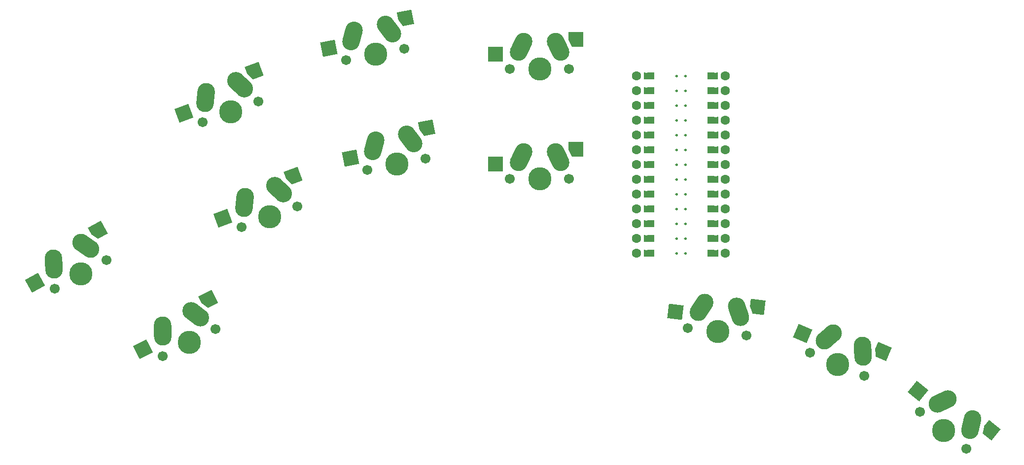
<source format=gbr>
%TF.GenerationSoftware,KiCad,Pcbnew,9.0.3*%
%TF.CreationDate,2025-08-09T00:32:57-04:00*%
%TF.ProjectId,darling,6461726c-696e-4672-9e6b-696361645f70,rev?*%
%TF.SameCoordinates,Original*%
%TF.FileFunction,Soldermask,Bot*%
%TF.FilePolarity,Negative*%
%FSLAX46Y46*%
G04 Gerber Fmt 4.6, Leading zero omitted, Abs format (unit mm)*
G04 Created by KiCad (PCBNEW 9.0.3) date 2025-08-09 00:32:57*
%MOMM*%
%LPD*%
G01*
G04 APERTURE LIST*
G04 Aperture macros list*
%AMHorizOval*
0 Thick line with rounded ends*
0 $1 width*
0 $2 $3 position (X,Y) of the first rounded end (center of the circle)*
0 $4 $5 position (X,Y) of the second rounded end (center of the circle)*
0 Add line between two ends*
20,1,$1,$2,$3,$4,$5,0*
0 Add two circle primitives to create the rounded ends*
1,1,$1,$2,$3*
1,1,$1,$4,$5*%
%AMRotRect*
0 Rectangle, with rotation*
0 The origin of the aperture is its center*
0 $1 length*
0 $2 width*
0 $3 Rotation angle, in degrees counterclockwise*
0 Add horizontal line*
21,1,$1,$2,0,0,$3*%
%AMFreePoly0*
4,1,6,1.275000,-1.849998,-0.670000,-1.850002,-1.275000,-0.649998,-1.275000,0.649998,1.275000,0.649998,1.275000,-1.849998,1.275000,-1.849998,$1*%
%AMFreePoly1*
4,1,6,0.600000,-0.250000,-0.600000,-0.250000,-0.600000,1.000000,0.000000,0.400000,0.600000,1.000000,0.600000,-0.250000,0.600000,-0.250000,$1*%
%AMFreePoly2*
4,1,6,0.600000,0.200000,0.000000,-0.400000,-0.600000,0.200000,-0.600000,0.400000,0.600000,0.400000,0.600000,0.200000,0.600000,0.200000,$1*%
G04 Aperture macros list end*
%ADD10C,0.100000*%
%ADD11C,0.250000*%
%ADD12C,1.701800*%
%ADD13HorizOval,3.000000X-0.258819X-0.965926X0.258819X0.965926X0*%
%ADD14C,3.987800*%
%ADD15HorizOval,3.000000X-0.601815X0.798636X0.601815X-0.798636X0*%
%ADD16FreePoly0,11.000000*%
%ADD17RotRect,2.550000X2.500000X11.000000*%
%ADD18HorizOval,3.000000X-0.098278X-0.995159X0.098278X0.995159X0*%
%ADD19HorizOval,3.000000X-0.723690X0.690125X0.723690X-0.690125X0*%
%ADD20FreePoly0,20.360000*%
%ADD21RotRect,2.550000X2.500000X20.360000*%
%ADD22HorizOval,3.000000X-0.438371X-0.898794X0.438371X0.898794X0*%
%ADD23HorizOval,3.000000X-0.438371X0.898794X0.438371X-0.898794X0*%
%ADD24FreePoly0,0.000000*%
%ADD25R,2.550000X2.500000*%
%ADD26HorizOval,3.000000X-0.544639X-0.838671X0.544639X0.838671X0*%
%ADD27HorizOval,3.000000X-0.325568X0.945519X0.325568X-0.945519X0*%
%ADD28FreePoly0,353.000000*%
%ADD29RotRect,2.550000X2.500000X353.000000*%
%ADD30HorizOval,3.000000X-0.906308X-0.422618X0.906308X0.422618X0*%
%ADD31HorizOval,3.000000X0.224951X0.974370X-0.224951X-0.974370X0*%
%ADD32FreePoly0,321.000000*%
%ADD33RotRect,2.550000X2.500000X321.000000*%
%ADD34HorizOval,3.000000X0.052336X-0.998630X-0.052336X0.998630X0*%
%ADD35HorizOval,3.000000X-0.819152X0.573576X0.819152X-0.573576X0*%
%ADD36FreePoly0,29.000000*%
%ADD37RotRect,2.550000X2.500000X29.000000*%
%ADD38HorizOval,3.000000X-0.754710X-0.656059X0.754710X0.656059X0*%
%ADD39HorizOval,3.000000X-0.052336X0.998630X0.052336X-0.998630X0*%
%ADD40FreePoly0,337.000000*%
%ADD41RotRect,2.550000X2.500000X337.000000*%
%ADD42HorizOval,3.000000X0.017452X-0.999848X-0.017452X0.999848X0*%
%ADD43HorizOval,3.000000X-0.798636X0.601815X0.798636X-0.601815X0*%
%ADD44FreePoly0,27.000000*%
%ADD45RotRect,2.550000X2.500000X27.000000*%
%ADD46FreePoly1,270.000000*%
%ADD47FreePoly1,90.000000*%
%ADD48C,1.600000*%
%ADD49FreePoly2,90.000000*%
%ADD50FreePoly2,270.000000*%
G04 APERTURE END LIST*
%TO.C,ctl1*%
D10*
X140340000Y-44288000D02*
X141356000Y-44288000D01*
X141356000Y-45304000D01*
X140340000Y-45304000D01*
X140340000Y-44288000D01*
G36*
X140340000Y-44288000D02*
G01*
X141356000Y-44288000D01*
X141356000Y-45304000D01*
X140340000Y-45304000D01*
X140340000Y-44288000D01*
G37*
X140344000Y-46831000D02*
X141360000Y-46831000D01*
X141360000Y-47847000D01*
X140344000Y-47847000D01*
X140344000Y-46831000D01*
G36*
X140344000Y-46831000D02*
G01*
X141360000Y-46831000D01*
X141360000Y-47847000D01*
X140344000Y-47847000D01*
X140344000Y-46831000D01*
G37*
X140344000Y-49371000D02*
X141360000Y-49371000D01*
X141360000Y-50387000D01*
X140344000Y-50387000D01*
X140344000Y-49371000D01*
G36*
X140344000Y-49371000D02*
G01*
X141360000Y-49371000D01*
X141360000Y-50387000D01*
X140344000Y-50387000D01*
X140344000Y-49371000D01*
G37*
X140344000Y-51911000D02*
X141360000Y-51911000D01*
X141360000Y-52927000D01*
X140344000Y-52927000D01*
X140344000Y-51911000D01*
G36*
X140344000Y-51911000D02*
G01*
X141360000Y-51911000D01*
X141360000Y-52927000D01*
X140344000Y-52927000D01*
X140344000Y-51911000D01*
G37*
X140344000Y-54451000D02*
X141360000Y-54451000D01*
X141360000Y-55467000D01*
X140344000Y-55467000D01*
X140344000Y-54451000D01*
G36*
X140344000Y-54451000D02*
G01*
X141360000Y-54451000D01*
X141360000Y-55467000D01*
X140344000Y-55467000D01*
X140344000Y-54451000D01*
G37*
X140344000Y-56991000D02*
X141360000Y-56991000D01*
X141360000Y-58007000D01*
X140344000Y-58007000D01*
X140344000Y-56991000D01*
G36*
X140344000Y-56991000D02*
G01*
X141360000Y-56991000D01*
X141360000Y-58007000D01*
X140344000Y-58007000D01*
X140344000Y-56991000D01*
G37*
X140344000Y-59531000D02*
X141360000Y-59531000D01*
X141360000Y-60547000D01*
X140344000Y-60547000D01*
X140344000Y-59531000D01*
G36*
X140344000Y-59531000D02*
G01*
X141360000Y-59531000D01*
X141360000Y-60547000D01*
X140344000Y-60547000D01*
X140344000Y-59531000D01*
G37*
X140344000Y-62071000D02*
X141360000Y-62071000D01*
X141360000Y-63087000D01*
X140344000Y-63087000D01*
X140344000Y-62071000D01*
G36*
X140344000Y-62071000D02*
G01*
X141360000Y-62071000D01*
X141360000Y-63087000D01*
X140344000Y-63087000D01*
X140344000Y-62071000D01*
G37*
X140344000Y-64611000D02*
X141360000Y-64611000D01*
X141360000Y-65627000D01*
X140344000Y-65627000D01*
X140344000Y-64611000D01*
G36*
X140344000Y-64611000D02*
G01*
X141360000Y-64611000D01*
X141360000Y-65627000D01*
X140344000Y-65627000D01*
X140344000Y-64611000D01*
G37*
X140344000Y-67151000D02*
X141360000Y-67151000D01*
X141360000Y-68167000D01*
X140344000Y-68167000D01*
X140344000Y-67151000D01*
G36*
X140344000Y-67151000D02*
G01*
X141360000Y-67151000D01*
X141360000Y-68167000D01*
X140344000Y-68167000D01*
X140344000Y-67151000D01*
G37*
X140344000Y-69691000D02*
X141360000Y-69691000D01*
X141360000Y-70707000D01*
X140344000Y-70707000D01*
X140344000Y-69691000D01*
G36*
X140344000Y-69691000D02*
G01*
X141360000Y-69691000D01*
X141360000Y-70707000D01*
X140344000Y-70707000D01*
X140344000Y-69691000D01*
G37*
X140344000Y-72231000D02*
X141360000Y-72231000D01*
X141360000Y-73247000D01*
X140344000Y-73247000D01*
X140344000Y-72231000D01*
G36*
X140344000Y-72231000D02*
G01*
X141360000Y-72231000D01*
X141360000Y-73247000D01*
X140344000Y-73247000D01*
X140344000Y-72231000D01*
G37*
X140344000Y-74771000D02*
X141360000Y-74771000D01*
X141360000Y-75787000D01*
X140344000Y-75787000D01*
X140344000Y-74771000D01*
G36*
X140344000Y-74771000D02*
G01*
X141360000Y-74771000D01*
X141360000Y-75787000D01*
X140344000Y-75787000D01*
X140344000Y-74771000D01*
G37*
X151516000Y-44288000D02*
X152532000Y-44288000D01*
X152532000Y-45304000D01*
X151516000Y-45304000D01*
X151516000Y-44288000D01*
G36*
X151516000Y-44288000D02*
G01*
X152532000Y-44288000D01*
X152532000Y-45304000D01*
X151516000Y-45304000D01*
X151516000Y-44288000D01*
G37*
X151520000Y-46831000D02*
X152536000Y-46831000D01*
X152536000Y-47847000D01*
X151520000Y-47847000D01*
X151520000Y-46831000D01*
G36*
X151520000Y-46831000D02*
G01*
X152536000Y-46831000D01*
X152536000Y-47847000D01*
X151520000Y-47847000D01*
X151520000Y-46831000D01*
G37*
X151520000Y-49371000D02*
X152536000Y-49371000D01*
X152536000Y-50387000D01*
X151520000Y-50387000D01*
X151520000Y-49371000D01*
G36*
X151520000Y-49371000D02*
G01*
X152536000Y-49371000D01*
X152536000Y-50387000D01*
X151520000Y-50387000D01*
X151520000Y-49371000D01*
G37*
X151520000Y-51911000D02*
X152536000Y-51911000D01*
X152536000Y-52927000D01*
X151520000Y-52927000D01*
X151520000Y-51911000D01*
G36*
X151520000Y-51911000D02*
G01*
X152536000Y-51911000D01*
X152536000Y-52927000D01*
X151520000Y-52927000D01*
X151520000Y-51911000D01*
G37*
X151520000Y-54451000D02*
X152536000Y-54451000D01*
X152536000Y-55467000D01*
X151520000Y-55467000D01*
X151520000Y-54451000D01*
G36*
X151520000Y-54451000D02*
G01*
X152536000Y-54451000D01*
X152536000Y-55467000D01*
X151520000Y-55467000D01*
X151520000Y-54451000D01*
G37*
X151520000Y-56991000D02*
X152536000Y-56991000D01*
X152536000Y-58007000D01*
X151520000Y-58007000D01*
X151520000Y-56991000D01*
G36*
X151520000Y-56991000D02*
G01*
X152536000Y-56991000D01*
X152536000Y-58007000D01*
X151520000Y-58007000D01*
X151520000Y-56991000D01*
G37*
X151520000Y-59531000D02*
X152536000Y-59531000D01*
X152536000Y-60547000D01*
X151520000Y-60547000D01*
X151520000Y-59531000D01*
G36*
X151520000Y-59531000D02*
G01*
X152536000Y-59531000D01*
X152536000Y-60547000D01*
X151520000Y-60547000D01*
X151520000Y-59531000D01*
G37*
X151520000Y-62071000D02*
X152536000Y-62071000D01*
X152536000Y-63087000D01*
X151520000Y-63087000D01*
X151520000Y-62071000D01*
G36*
X151520000Y-62071000D02*
G01*
X152536000Y-62071000D01*
X152536000Y-63087000D01*
X151520000Y-63087000D01*
X151520000Y-62071000D01*
G37*
X151520000Y-64611000D02*
X152536000Y-64611000D01*
X152536000Y-65627000D01*
X151520000Y-65627000D01*
X151520000Y-64611000D01*
G36*
X151520000Y-64611000D02*
G01*
X152536000Y-64611000D01*
X152536000Y-65627000D01*
X151520000Y-65627000D01*
X151520000Y-64611000D01*
G37*
X151520000Y-67151000D02*
X152536000Y-67151000D01*
X152536000Y-68167000D01*
X151520000Y-68167000D01*
X151520000Y-67151000D01*
G36*
X151520000Y-67151000D02*
G01*
X152536000Y-67151000D01*
X152536000Y-68167000D01*
X151520000Y-68167000D01*
X151520000Y-67151000D01*
G37*
X151520000Y-69691000D02*
X152536000Y-69691000D01*
X152536000Y-70707000D01*
X151520000Y-70707000D01*
X151520000Y-69691000D01*
G36*
X151520000Y-69691000D02*
G01*
X152536000Y-69691000D01*
X152536000Y-70707000D01*
X151520000Y-70707000D01*
X151520000Y-69691000D01*
G37*
X151520000Y-72231000D02*
X152536000Y-72231000D01*
X152536000Y-73247000D01*
X151520000Y-73247000D01*
X151520000Y-72231000D01*
G36*
X151520000Y-72231000D02*
G01*
X152536000Y-72231000D01*
X152536000Y-73247000D01*
X151520000Y-73247000D01*
X151520000Y-72231000D01*
G37*
X151520000Y-74771000D02*
X152536000Y-74771000D01*
X152536000Y-75787000D01*
X151520000Y-75787000D01*
X151520000Y-74771000D01*
G36*
X151520000Y-74771000D02*
G01*
X152536000Y-74771000D01*
X152536000Y-75787000D01*
X151520000Y-75787000D01*
X151520000Y-74771000D01*
G37*
D11*
X145799000Y-44796000D02*
G75*
G02*
X145549000Y-44796000I-125000J0D01*
G01*
X145549000Y-44796000D02*
G75*
G02*
X145799000Y-44796000I125000J0D01*
G01*
X145803000Y-47339000D02*
G75*
G02*
X145553000Y-47339000I-125000J0D01*
G01*
X145553000Y-47339000D02*
G75*
G02*
X145803000Y-47339000I125000J0D01*
G01*
X145803000Y-49879000D02*
G75*
G02*
X145553000Y-49879000I-125000J0D01*
G01*
X145553000Y-49879000D02*
G75*
G02*
X145803000Y-49879000I125000J0D01*
G01*
X145803000Y-52419000D02*
G75*
G02*
X145553000Y-52419000I-125000J0D01*
G01*
X145553000Y-52419000D02*
G75*
G02*
X145803000Y-52419000I125000J0D01*
G01*
X145803000Y-54959000D02*
G75*
G02*
X145553000Y-54959000I-125000J0D01*
G01*
X145553000Y-54959000D02*
G75*
G02*
X145803000Y-54959000I125000J0D01*
G01*
X145803000Y-57499000D02*
G75*
G02*
X145553000Y-57499000I-125000J0D01*
G01*
X145553000Y-57499000D02*
G75*
G02*
X145803000Y-57499000I125000J0D01*
G01*
X145803000Y-60039000D02*
G75*
G02*
X145553000Y-60039000I-125000J0D01*
G01*
X145553000Y-60039000D02*
G75*
G02*
X145803000Y-60039000I125000J0D01*
G01*
X145803000Y-62579000D02*
G75*
G02*
X145553000Y-62579000I-125000J0D01*
G01*
X145553000Y-62579000D02*
G75*
G02*
X145803000Y-62579000I125000J0D01*
G01*
X145803000Y-65119000D02*
G75*
G02*
X145553000Y-65119000I-125000J0D01*
G01*
X145553000Y-65119000D02*
G75*
G02*
X145803000Y-65119000I125000J0D01*
G01*
X145803000Y-67659000D02*
G75*
G02*
X145553000Y-67659000I-125000J0D01*
G01*
X145553000Y-67659000D02*
G75*
G02*
X145803000Y-67659000I125000J0D01*
G01*
X145803000Y-70199000D02*
G75*
G02*
X145553000Y-70199000I-125000J0D01*
G01*
X145553000Y-70199000D02*
G75*
G02*
X145803000Y-70199000I125000J0D01*
G01*
X145803000Y-72739000D02*
G75*
G02*
X145553000Y-72739000I-125000J0D01*
G01*
X145553000Y-72739000D02*
G75*
G02*
X145803000Y-72739000I125000J0D01*
G01*
X145803000Y-75279000D02*
G75*
G02*
X145553000Y-75279000I-125000J0D01*
G01*
X145553000Y-75279000D02*
G75*
G02*
X145803000Y-75279000I125000J0D01*
G01*
X147323000Y-44796000D02*
G75*
G02*
X147073000Y-44796000I-125000J0D01*
G01*
X147073000Y-44796000D02*
G75*
G02*
X147323000Y-44796000I125000J0D01*
G01*
X147327000Y-47339000D02*
G75*
G02*
X147077000Y-47339000I-125000J0D01*
G01*
X147077000Y-47339000D02*
G75*
G02*
X147327000Y-47339000I125000J0D01*
G01*
X147327000Y-49879000D02*
G75*
G02*
X147077000Y-49879000I-125000J0D01*
G01*
X147077000Y-49879000D02*
G75*
G02*
X147327000Y-49879000I125000J0D01*
G01*
X147327000Y-52419000D02*
G75*
G02*
X147077000Y-52419000I-125000J0D01*
G01*
X147077000Y-52419000D02*
G75*
G02*
X147327000Y-52419000I125000J0D01*
G01*
X147327000Y-54959000D02*
G75*
G02*
X147077000Y-54959000I-125000J0D01*
G01*
X147077000Y-54959000D02*
G75*
G02*
X147327000Y-54959000I125000J0D01*
G01*
X147327000Y-57499000D02*
G75*
G02*
X147077000Y-57499000I-125000J0D01*
G01*
X147077000Y-57499000D02*
G75*
G02*
X147327000Y-57499000I125000J0D01*
G01*
X147327000Y-60039000D02*
G75*
G02*
X147077000Y-60039000I-125000J0D01*
G01*
X147077000Y-60039000D02*
G75*
G02*
X147327000Y-60039000I125000J0D01*
G01*
X147327000Y-62579000D02*
G75*
G02*
X147077000Y-62579000I-125000J0D01*
G01*
X147077000Y-62579000D02*
G75*
G02*
X147327000Y-62579000I125000J0D01*
G01*
X147327000Y-65119000D02*
G75*
G02*
X147077000Y-65119000I-125000J0D01*
G01*
X147077000Y-65119000D02*
G75*
G02*
X147327000Y-65119000I125000J0D01*
G01*
X147327000Y-67659000D02*
G75*
G02*
X147077000Y-67659000I-125000J0D01*
G01*
X147077000Y-67659000D02*
G75*
G02*
X147327000Y-67659000I125000J0D01*
G01*
X147327000Y-70199000D02*
G75*
G02*
X147077000Y-70199000I-125000J0D01*
G01*
X147077000Y-70199000D02*
G75*
G02*
X147327000Y-70199000I125000J0D01*
G01*
X147327000Y-72739000D02*
G75*
G02*
X147077000Y-72739000I-125000J0D01*
G01*
X147077000Y-72739000D02*
G75*
G02*
X147327000Y-72739000I125000J0D01*
G01*
X147327000Y-75279000D02*
G75*
G02*
X147077000Y-75279000I-125000J0D01*
G01*
X147077000Y-75279000D02*
G75*
G02*
X147327000Y-75279000I125000J0D01*
G01*
%TD*%
D12*
%TO.C,sw3*%
X88903581Y-42014743D03*
D13*
X90043601Y-37922023D03*
D14*
X93958964Y-41032077D03*
D15*
X96276934Y-36710386D03*
D12*
X98876916Y-40076123D03*
D16*
X98957441Y-34253787D03*
D17*
X85984493Y-39994616D03*
%TD*%
D12*
%TO.C,sw5*%
X64297274Y-52708719D03*
D18*
X64756485Y-48485081D03*
D14*
X69125529Y-50916944D03*
D19*
X70709769Y-46275804D03*
D12*
X73822529Y-49173876D03*
D20*
X72955053Y-43415960D03*
D21*
X61088501Y-51190241D03*
%TD*%
D12*
%TO.C,sw2*%
X117048037Y-62498161D03*
D22*
X118948037Y-58698162D03*
D14*
X122198037Y-62498162D03*
D23*
X125298037Y-58698162D03*
D12*
X127208037Y-62498161D03*
D24*
X128398037Y-56798160D03*
D25*
X114568037Y-59958161D03*
%TD*%
D12*
%TO.C,sw9*%
X147620652Y-88110613D03*
D26*
X149969593Y-84570490D03*
D14*
X152732264Y-88738241D03*
D27*
X156272261Y-85344361D03*
D12*
X157704921Y-89348806D03*
D28*
X159580706Y-83836316D03*
D29*
X145468685Y-85287310D03*
%TD*%
D12*
%TO.C,sw11*%
X187493235Y-102500001D03*
D30*
X191361229Y-100742556D03*
D14*
X191495536Y-105741002D03*
D31*
X196296106Y-104738740D03*
D12*
X195389038Y-108893896D03*
D32*
X199900969Y-105213055D03*
D33*
X187164387Y-98965336D03*
%TD*%
D12*
%TO.C,sw7*%
X38856045Y-81328129D03*
D34*
X38675547Y-77083437D03*
D14*
X43360337Y-78831361D03*
D35*
X44229382Y-74004896D03*
D12*
X47742182Y-76402463D03*
D36*
X46019564Y-70840207D03*
D37*
X35455572Y-80308923D03*
%TD*%
D12*
%TO.C,sw10*%
X168571711Y-92372807D03*
D38*
X171805448Y-89617279D03*
D14*
X173312311Y-94385073D03*
D39*
X177650654Y-92098421D03*
D12*
X177924040Y-96342635D03*
D40*
X181246609Y-91560727D03*
D41*
X167281316Y-89065712D03*
%TD*%
D12*
%TO.C,sw8*%
X57429539Y-92896886D03*
D42*
X57397288Y-88648480D03*
D14*
X62018223Y-90558836D03*
D43*
X63055179Y-85765641D03*
D12*
X66482165Y-88284343D03*
D44*
X64954716Y-82665356D03*
D45*
X54066707Y-91759626D03*
%TD*%
D46*
%TO.C,ctl1*%
X151268000Y-62583000D03*
D47*
X141616000Y-47343000D03*
X141616000Y-49883000D03*
D46*
X151268000Y-75283000D03*
X151268000Y-72743000D03*
D47*
X141616000Y-70203000D03*
X141616000Y-57503000D03*
X141616000Y-60043000D03*
X141616000Y-62583000D03*
X141616000Y-65123000D03*
D46*
X151268000Y-60043000D03*
X151268000Y-57503000D03*
D47*
X141616000Y-67663000D03*
X141616000Y-72743000D03*
X141616000Y-75283000D03*
D46*
X151268000Y-70203000D03*
X151268000Y-67663000D03*
X151268000Y-65123000D03*
X151264000Y-44800000D03*
D47*
X141612000Y-44800000D03*
D48*
X138818000Y-44800000D03*
X138822000Y-47343000D03*
X138822000Y-49883000D03*
X138822000Y-52423000D03*
X138822000Y-54963000D03*
X138822000Y-57503000D03*
X138822000Y-60043000D03*
X138822000Y-62583000D03*
X138822000Y-65123000D03*
X138822000Y-67663000D03*
X138822000Y-70203000D03*
X138822000Y-72743000D03*
X138822000Y-75283000D03*
D49*
X140504000Y-44800000D03*
X140508000Y-47343000D03*
X140508000Y-49883000D03*
X140508000Y-52423000D03*
X140508000Y-54963000D03*
X140508000Y-57503000D03*
X140508000Y-60043000D03*
X140508000Y-62583000D03*
X140508000Y-65123000D03*
X140508000Y-67663000D03*
X140508000Y-70203000D03*
X140508000Y-72743000D03*
X140508000Y-75283000D03*
D50*
X152372000Y-44800000D03*
X152376000Y-47343000D03*
X152376000Y-49883000D03*
X152376000Y-52423000D03*
X152376000Y-54963000D03*
X152376000Y-57503000D03*
X152376000Y-60043000D03*
X152376000Y-62583000D03*
X152376000Y-65123000D03*
X152376000Y-67663000D03*
X152376000Y-70203000D03*
X152376000Y-72743000D03*
X152376000Y-75283000D03*
D48*
X154058000Y-44800000D03*
X154062000Y-47343000D03*
X154062000Y-49883000D03*
X154062000Y-52423000D03*
X154062000Y-54963000D03*
X154062000Y-57503000D03*
X154062000Y-60043000D03*
X154062000Y-62583000D03*
X154062000Y-65123000D03*
X154062000Y-67663000D03*
X154062000Y-70203000D03*
X154062000Y-72743000D03*
X154062000Y-75283000D03*
D47*
X141616000Y-52423000D03*
X141616000Y-54963000D03*
D46*
X151268000Y-49883000D03*
X151268000Y-47343000D03*
X151268000Y-52423000D03*
X151268000Y-54963000D03*
%TD*%
D12*
%TO.C,sw1*%
X117048037Y-43573161D03*
D22*
X118948037Y-39773162D03*
D14*
X122198037Y-43573162D03*
D23*
X125298037Y-39773162D03*
D12*
X127208037Y-43573161D03*
D24*
X128398037Y-37873160D03*
D25*
X114568037Y-41033161D03*
%TD*%
D12*
%TO.C,sw4*%
X92572838Y-60891433D03*
D13*
X93712858Y-56798713D03*
D14*
X97628221Y-59908767D03*
D15*
X99946191Y-55587076D03*
D12*
X102546173Y-58952813D03*
D16*
X102626698Y-53130477D03*
D17*
X89653750Y-58871306D03*
%TD*%
D12*
%TO.C,sw6*%
X70987730Y-70737328D03*
D18*
X71446941Y-66513690D03*
D14*
X75815985Y-68945553D03*
D19*
X77400225Y-64304413D03*
D12*
X80512985Y-67202485D03*
D20*
X79645509Y-61444569D03*
D21*
X67778957Y-69218850D03*
%TD*%
M02*

</source>
